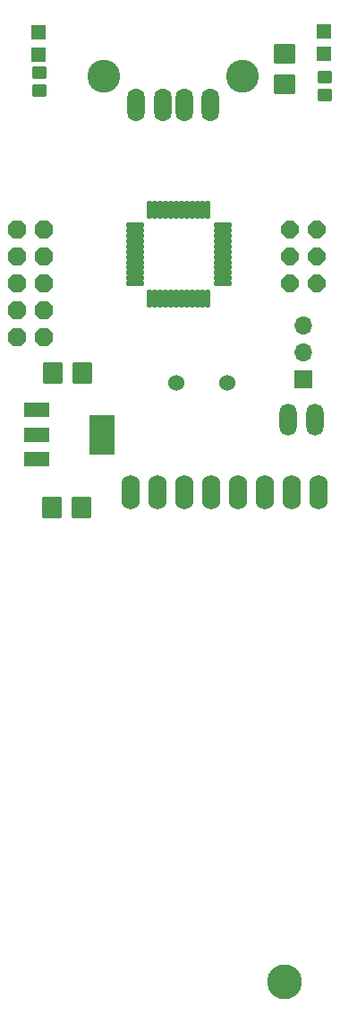
<source format=gbr>
%TF.GenerationSoftware,KiCad,Pcbnew,7.0.9*%
%TF.CreationDate,2024-03-16T10:18:14+00:00*%
%TF.ProjectId,wmk,776d6b2e-6b69-4636-9164-5f7063625858,rev?*%
%TF.SameCoordinates,Original*%
%TF.FileFunction,Soldermask,Top*%
%TF.FilePolarity,Negative*%
%FSLAX46Y46*%
G04 Gerber Fmt 4.6, Leading zero omitted, Abs format (unit mm)*
G04 Created by KiCad (PCBNEW 7.0.9) date 2024-03-16 10:18:14*
%MOMM*%
%LPD*%
G01*
G04 APERTURE LIST*
G04 Aperture macros list*
%AMRoundRect*
0 Rectangle with rounded corners*
0 $1 Rounding radius*
0 $2 $3 $4 $5 $6 $7 $8 $9 X,Y pos of 4 corners*
0 Add a 4 corners polygon primitive as box body*
4,1,4,$2,$3,$4,$5,$6,$7,$8,$9,$2,$3,0*
0 Add four circle primitives for the rounded corners*
1,1,$1+$1,$2,$3*
1,1,$1+$1,$4,$5*
1,1,$1+$1,$6,$7*
1,1,$1+$1,$8,$9*
0 Add four rect primitives between the rounded corners*
20,1,$1+$1,$2,$3,$4,$5,0*
20,1,$1+$1,$4,$5,$6,$7,0*
20,1,$1+$1,$6,$7,$8,$9,0*
20,1,$1+$1,$8,$9,$2,$3,0*%
%AMFreePoly0*
4,1,25,0.354308,0.793396,0.366431,0.783042,0.783042,0.366431,0.811549,0.310483,0.812800,0.294589,0.812800,-0.294589,0.793396,-0.354308,0.783042,-0.366431,0.366431,-0.783042,0.310483,-0.811549,0.294589,-0.812800,-0.294589,-0.812800,-0.354308,-0.793396,-0.366431,-0.783042,-0.783042,-0.366431,-0.811549,-0.310483,-0.812800,-0.294589,-0.812800,0.294589,-0.793396,0.354308,-0.783042,0.366431,
-0.366431,0.783042,-0.310483,0.811549,-0.294589,0.812800,0.294589,0.812800,0.354308,0.793396,0.354308,0.793396,$1*%
%AMFreePoly1*
4,1,25,0.375350,0.844196,0.387473,0.833842,0.833842,0.387473,0.862349,0.331525,0.863600,0.315631,0.863600,-0.315631,0.844196,-0.375350,0.833842,-0.387473,0.387473,-0.833842,0.331525,-0.862349,0.315631,-0.863600,-0.315631,-0.863600,-0.375350,-0.844196,-0.387473,-0.833842,-0.833842,-0.387473,-0.862349,-0.331525,-0.863600,-0.315631,-0.863600,0.315631,-0.844196,0.375350,-0.833842,0.387473,
-0.387473,0.833842,-0.331525,0.862349,-0.315631,0.863600,0.315631,0.863600,0.375350,0.844196,0.375350,0.844196,$1*%
G04 Aperture macros list end*
%ADD10O,1.625600X3.048000*%
%ADD11FreePoly0,90.000000*%
%ADD12RoundRect,0.101600X0.800000X0.900000X-0.800000X0.900000X-0.800000X-0.900000X0.800000X-0.900000X0*%
%ADD13O,1.661200X3.119200*%
%ADD14C,3.103200*%
%ADD15RoundRect,0.101600X-0.901500X0.800000X-0.901500X-0.800000X0.901500X-0.800000X0.901500X0.800000X0*%
%ADD16C,3.300000*%
%ADD17RoundRect,0.101600X-0.800000X-0.900000X0.800000X-0.900000X0.800000X0.900000X-0.800000X0.900000X0*%
%ADD18RoundRect,0.101600X-0.600000X0.600000X-0.600000X-0.600000X0.600000X-0.600000X0.600000X0.600000X0*%
%ADD19R,1.700000X1.700000*%
%ADD20O,1.700000X1.700000*%
%ADD21RoundRect,0.101600X0.550000X-0.500000X0.550000X0.500000X-0.550000X0.500000X-0.550000X-0.500000X0*%
%ADD22RoundRect,0.171600X-0.710000X0.070000X-0.710000X-0.070000X0.710000X-0.070000X0.710000X0.070000X0*%
%ADD23RoundRect,0.171600X0.070000X0.710000X-0.070000X0.710000X-0.070000X-0.710000X0.070000X-0.710000X0*%
%ADD24RoundRect,0.101600X-1.117500X0.609500X-1.117500X-0.609500X1.117500X-0.609500X1.117500X0.609500X0*%
%ADD25RoundRect,0.101600X-1.100000X1.800000X-1.100000X-1.800000X1.100000X-1.800000X1.100000X1.800000X0*%
%ADD26O,1.727200X3.251200*%
%ADD27FreePoly1,90.000000*%
%ADD28C,1.524000*%
G04 APERTURE END LIST*
D10*
%TO.C,JP3*%
X159359600Y-96418400D03*
X161899600Y-96418400D03*
%TD*%
D11*
%TO.C,PROGRAMER0*%
X162041100Y-83483600D03*
X159501100Y-83483600D03*
X162041100Y-80943600D03*
X159501100Y-80943600D03*
X162041100Y-78403600D03*
X159501100Y-78403600D03*
%TD*%
D12*
%TO.C,C13*%
X139893600Y-92026100D03*
X137093600Y-92026100D03*
%TD*%
D13*
%TO.C,X1*%
X152001100Y-66713600D03*
X149501100Y-66713600D03*
X147501100Y-66713600D03*
X145001100Y-66713600D03*
D14*
X155071100Y-64003600D03*
X141931100Y-64003600D03*
%TD*%
D15*
%TO.C,F1*%
X159009400Y-61890100D03*
X159009400Y-64734100D03*
%TD*%
D16*
%TO.C,U$1*%
X159001100Y-149503600D03*
%TD*%
D17*
%TO.C,C3*%
X136999800Y-104723700D03*
X139799800Y-104723700D03*
%TD*%
D18*
%TO.C,POWER0*%
X135770100Y-61912600D03*
X135770100Y-59812600D03*
%TD*%
D19*
%TO.C,J1*%
X160782000Y-92608400D03*
D20*
X160782000Y-90068400D03*
X160782000Y-87528400D03*
%TD*%
D21*
%TO.C,R3*%
X135820100Y-65336400D03*
X135820100Y-63636400D03*
%TD*%
D22*
%TO.C,U2*%
X153207200Y-83537300D03*
X153207200Y-83037300D03*
X153207200Y-82537300D03*
X153207200Y-82037300D03*
X153207200Y-81537300D03*
X153207200Y-81037300D03*
X153207200Y-80537300D03*
X153207200Y-80037300D03*
X153207200Y-79537300D03*
X153207200Y-79037300D03*
X153207200Y-78537300D03*
X153207200Y-78037300D03*
D23*
X151777200Y-76607300D03*
X151277200Y-76607300D03*
X150777200Y-76607300D03*
X150277200Y-76607300D03*
X149777200Y-76607300D03*
X149277200Y-76607300D03*
X148777200Y-76607300D03*
X148277200Y-76607300D03*
X147777200Y-76607300D03*
X147277200Y-76607300D03*
X146777200Y-76607300D03*
X146277200Y-76607300D03*
D22*
X144847200Y-78037300D03*
X144847200Y-78537300D03*
X144847200Y-79037300D03*
X144847200Y-79537300D03*
X144847200Y-80037300D03*
X144847200Y-80537300D03*
X144847200Y-81037300D03*
X144847200Y-81537300D03*
X144847200Y-82037300D03*
X144847200Y-82537300D03*
X144847200Y-83037300D03*
X144847200Y-83537300D03*
D23*
X146277200Y-84967300D03*
X146777200Y-84967300D03*
X147277200Y-84967300D03*
X147777200Y-84967300D03*
X148277200Y-84967300D03*
X148777200Y-84967300D03*
X149277200Y-84967300D03*
X149777200Y-84967300D03*
X150277200Y-84967300D03*
X150777200Y-84967300D03*
X151277200Y-84967300D03*
X151777200Y-84967300D03*
%TD*%
D24*
%TO.C,IC1*%
X135589600Y-95500100D03*
X135589600Y-97811100D03*
X135589600Y-100122100D03*
D25*
X141787600Y-97811100D03*
%TD*%
D26*
%TO.C,JP2*%
X162257431Y-103249369D03*
X159717431Y-103249369D03*
X157177431Y-103249369D03*
X154637431Y-103249369D03*
X152097431Y-103249369D03*
X149557431Y-103249369D03*
X147017431Y-103249369D03*
X144477431Y-103249369D03*
%TD*%
D21*
%TO.C,R4*%
X162834900Y-65731400D03*
X162834900Y-64031400D03*
%TD*%
D18*
%TO.C,CONNECT0*%
X162772900Y-61836400D03*
X162772900Y-59736400D03*
%TD*%
D27*
%TO.C,JP1*%
X136271100Y-88583600D03*
X133731100Y-88583600D03*
X136271100Y-86043600D03*
X133731100Y-86043600D03*
X136271100Y-83503600D03*
X133731100Y-83503600D03*
X136271100Y-80963600D03*
X133731100Y-80963600D03*
X136271100Y-78423600D03*
X133731100Y-78423600D03*
%TD*%
D28*
%TO.C,Q1*%
X153592337Y-92882875D03*
X148766337Y-92882875D03*
%TD*%
M02*

</source>
